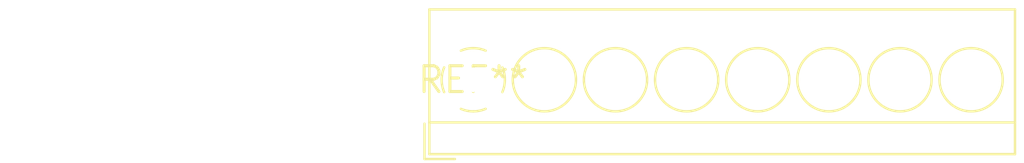
<source format=kicad_pcb>
(kicad_pcb (version 20240108) (generator pcbnew)
  (layers (0 "F.Cu" signal) (31 "B.Cu" signal) (34 "B.Paste" user) (35 "F.Paste" user) (36 "B.SilkS" user "B.Silkscreen") (37 "F.SilkS" user "F.Silkscreen") (38 "B.Mask" user) (39 "F.Mask" user) (44 "Edge.Cuts" user))
  (net 0 "")
  (footprint "TerminalBlock_4Ucon_1x08_P3.50mm_Horizontal" (layer "F.Cu") (at 0 0)
    (property "Reference" "REF**")
    (property "Value" "TerminalBlock_4Ucon_1x08_P3.50mm_Horizontal")
    (fp_line (start -2.4 2.16) (end -2.4 3.9) (layer "F.SilkS") (stroke (width 0.12)))
    (fp_line (start -2.4 3.9) (end -0.9 3.9) (layer "F.SilkS") (stroke (width 0.12)))
    (fp_line (start -2.16 -3.46) (end -2.16 3.66) (layer "F.SilkS") (stroke (width 0.12)))
    (fp_line (start -2.16 -3.46) (end 26.66 -3.46) (layer "F.SilkS") (stroke (width 0.12)))
    (fp_line (start -2.16 2.1) (end 26.66 2.1) (layer "F.SilkS") (stroke (width 0.12)))
    (fp_line (start -2.16 3.66) (end 26.66 3.66) (layer "F.SilkS") (stroke (width 0.12)))
    (fp_line (start 26.66 -3.46) (end 26.66 3.66) (layer "F.SilkS") (stroke (width 0.12)))
    (fp_arc (start -1.432109 0.607742) (mid -1.555727 -0.00014) (end -1.432 -0.608) (layer "F.SilkS") (stroke (width 0.12)))
    (fp_arc (start -0.607742 -1.432109) (mid 0.00014 -1.555727) (end 0.608 -1.432) (layer "F.SilkS") (stroke (width 0.12)))
    (fp_arc (start 0.027011 1.555493) (mid -0.296984 1.527118) (end -0.608 1.432) (layer "F.SilkS") (stroke (width 0.12)))
    (fp_arc (start 0.607587 1.431385) (mid 0.310017 1.523783) (end 0 1.555) (layer "F.SilkS") (stroke (width 0.12)))
    (fp_arc (start 1.432109 -0.607742) (mid 1.555727 0.00014) (end 1.432 0.608) (layer "F.SilkS") (stroke (width 0.12)))
    (fp_circle (center 3.5 0) (end 5.055 0) (layer "F.SilkS") (stroke (width 0.12)) (fill none))
    (fp_circle (center 7 0) (end 8.555 0) (layer "F.SilkS") (stroke (width 0.12)) (fill none))
    (fp_circle (center 10.5 0) (end 12.055 0) (layer "F.SilkS") (stroke (width 0.12)) (fill none))
    (fp_circle (center 14 0) (end 15.555 0) (layer "F.SilkS") (stroke (width 0.12)) (fill none))
    (fp_circle (center 17.5 0) (end 19.055 0) (layer "F.SilkS") (stroke (width 0.12)) (fill none))
    (fp_circle (center 21 0) (end 22.555 0) (layer "F.SilkS") (stroke (width 0.12)) (fill none))
    (fp_circle (center 24.5 0) (end 26.055 0) (layer "F.SilkS") (stroke (width 0.12)) (fill none))
    (pad "1" thru_hole rect (at 0 0) (size 2.4 2.4) (drill 1.2) (layers *.Cu *.Mask) (remove_unused_layers))
    (pad "2" thru_hole circle (at 3.5 0) (size 2.4 2.4) (drill 1.2) (layers *.Cu *.Mask) (remove_unused_layers))
    (pad "3" thru_hole circle (at 7 0) (size 2.4 2.4) (drill 1.2) (layers *.Cu *.Mask) (remove_unused_layers))
    (pad "4" thru_hole circle (at 10.5 0) (size 2.4 2.4) (drill 1.2) (layers *.Cu *.Mask) (remove_unused_layers))
    (pad "5" thru_hole circle (at 14 0) (size 2.4 2.4) (drill 1.2) (layers *.Cu *.Mask) (remove_unused_layers))
    (pad "6" thru_hole circle (at 17.5 0) (size 2.4 2.4) (drill 1.2) (layers *.Cu *.Mask) (remove_unused_layers))
    (pad "7" thru_hole circle (at 21 0) (size 2.4 2.4) (drill 1.2) (layers *.Cu *.Mask) (remove_unused_layers))
    (pad "8" thru_hole circle (at 24.5 0) (size 2.4 2.4) (drill 1.2) (layers *.Cu *.Mask) (remove_unused_layers))
  )
)
</source>
